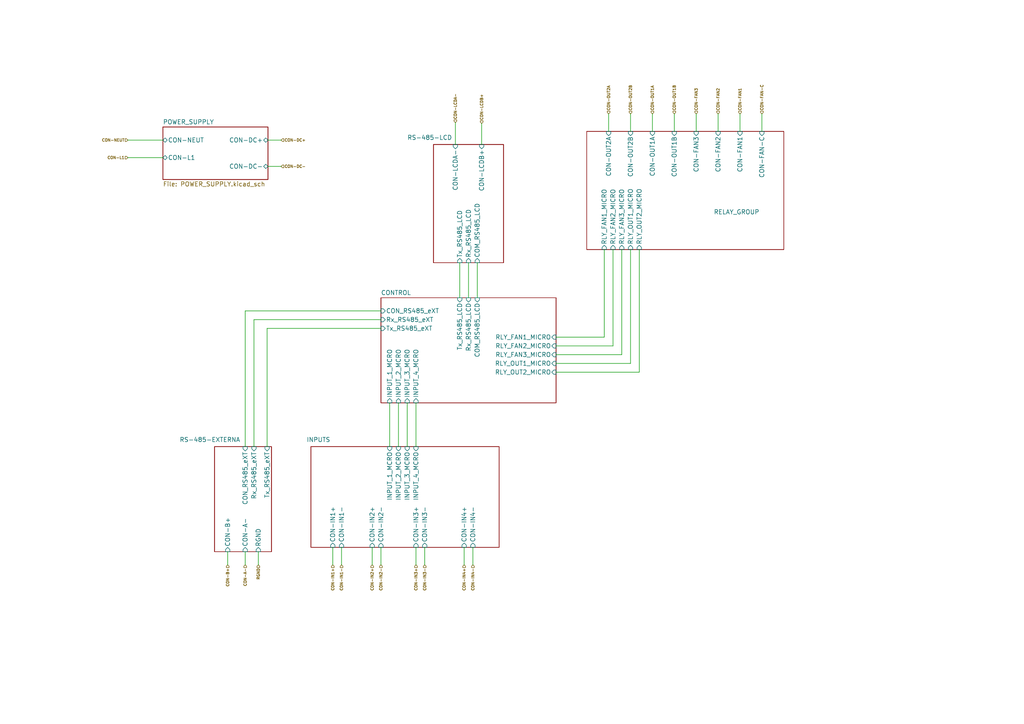
<source format=kicad_sch>
(kicad_sch (version 20230121) (generator eeschema)
  (paper "A4")
  (lib_symbols)
  (wire (pts (xy 201.93 33.02) (xy 201.93 38.1)))
  (wire (pts (xy 139.7 35.814) (xy 139.7 41.91)))
  (wire (pts (xy 71.12 90.17) (xy 110.49 90.17)))
  (wire (pts (xy 134.62 158.75) (xy 134.62 163.83)))
  (wire (pts (xy 180.34 72.39) (xy 180.34 102.87)))
  (wire (pts (xy 120.65 116.84) (xy 120.65 129.54)))
  (wire (pts (xy 185.42 107.95) (xy 161.29 107.95)))
  (wire (pts (xy 74.93 160.02) (xy 74.93 163.83)))
  (wire (pts (xy 118.11 116.84) (xy 118.11 129.54)))
  (wire (pts (xy 176.53 33.02) (xy 176.53 38.1)))
  (wire (pts (xy 37.084 40.64) (xy 47.244 40.64)))
  (wire (pts (xy 189.23 33.02) (xy 189.23 38.1)))
  (wire (pts (xy 110.49 158.75) (xy 110.49 163.83)))
  (wire (pts (xy 133.35 76.2) (xy 133.35 86.36)))
  (wire (pts (xy 37.084 45.72) (xy 47.244 45.72)))
  (wire (pts (xy 77.47 129.54) (xy 77.47 95.25)))
  (wire (pts (xy 182.88 105.41) (xy 182.88 72.39)))
  (wire (pts (xy 185.42 72.39) (xy 185.42 107.95)))
  (wire (pts (xy 135.89 76.2) (xy 135.89 86.36)))
  (wire (pts (xy 77.724 48.26) (xy 81.534 48.26)))
  (wire (pts (xy 66.04 160.02) (xy 66.04 163.83)))
  (wire (pts (xy 208.28 33.02) (xy 208.28 38.1)))
  (wire (pts (xy 161.29 105.41) (xy 182.88 105.41)))
  (wire (pts (xy 77.724 40.64) (xy 81.534 40.64)))
  (wire (pts (xy 123.19 158.75) (xy 123.19 163.83)))
  (wire (pts (xy 195.58 33.02) (xy 195.58 38.1)))
  (wire (pts (xy 71.12 160.02) (xy 71.12 163.83)))
  (wire (pts (xy 96.52 158.75) (xy 96.52 163.83)))
  (wire (pts (xy 175.26 72.39) (xy 175.26 97.79)))
  (wire (pts (xy 99.06 158.75) (xy 99.06 163.83)))
  (wire (pts (xy 137.16 158.75) (xy 137.16 163.83)))
  (wire (pts (xy 132.08 35.56) (xy 132.08 41.91)))
  (wire (pts (xy 220.98 33.02) (xy 220.98 38.1)))
  (wire (pts (xy 113.03 116.84) (xy 113.03 129.54)))
  (wire (pts (xy 138.43 76.2) (xy 138.43 86.36)))
  (wire (pts (xy 115.57 116.84) (xy 115.57 129.54)))
  (wire (pts (xy 107.95 158.75) (xy 107.95 163.83)))
  (wire (pts (xy 180.34 102.87) (xy 161.29 102.87)))
  (wire (pts (xy 214.63 33.02) (xy 214.63 38.1)))
  (wire (pts (xy 177.8 100.33) (xy 177.8 72.39)))
  (wire (pts (xy 175.26 97.79) (xy 161.29 97.79)))
  (wire (pts (xy 73.66 129.54) (xy 73.66 92.71)))
  (wire (pts (xy 161.29 100.33) (xy 177.8 100.33)))
  (wire (pts (xy 182.88 33.02) (xy 182.88 38.1)))
  (wire (pts (xy 120.65 158.75) (xy 120.65 163.83)))
  (wire (pts (xy 77.47 95.25) (xy 110.49 95.25)))
  (wire (pts (xy 73.66 92.71) (xy 110.49 92.71)))
  (wire (pts (xy 71.12 129.54) (xy 71.12 90.17)))
  (hierarchical_label "RGND" (shape input) (at 74.93 163.83 270) (effects (font (size 0.8 0.8))))
  (hierarchical_label "CON-FAN2" (shape input) (at 208.28 33.02 90) (effects (font (size 0.8 0.8))))
  (hierarchical_label "CON-IN2+" (shape input) (at 107.95 163.83 270) (effects (font (size 0.8 0.8))))
  (hierarchical_label "CON-IN4+" (shape input) (at 134.62 163.83 270) (effects (font (size 0.8 0.8))))
  (hierarchical_label "CON-L1" (shape input) (at 37.084 45.72 180) (effects (font (size 0.8 0.8))))
  (hierarchical_label "CON-B+" (shape input) (at 66.04 163.83 270) (effects (font (size 0.8 0.8))))
  (hierarchical_label "CON-FAN3" (shape input) (at 201.93 33.02 90) (effects (font (size 0.8 0.8))))
  (hierarchical_label "CON-NEUT" (shape input) (at 37.084 40.64 180) (effects (font (size 0.8 0.8))))
  (hierarchical_label "CON-OUT2B" (shape input) (at 182.88 33.02 90) (effects (font (size 0.8 0.8))))
  (hierarchical_label "CON-IN4-" (shape input) (at 137.16 163.83 270) (effects (font (size 0.8 0.8))))
  (hierarchical_label "CON-FAN1" (shape input) (at 214.63 33.02 90) (effects (font (size 0.8 0.8))))
  (hierarchical_label "CON-IN1-" (shape input) (at 99.06 163.83 270) (effects (font (size 0.8 0.8))))
  (hierarchical_label "CON-OUT2A" (shape input) (at 176.53 33.02 90) (effects (font (size 0.8 0.8))))
  (hierarchical_label "CON-OUT1B" (shape input) (at 195.58 33.02 90) (effects (font (size 0.8 0.8))))
  (hierarchical_label "CON-IN3-" (shape input) (at 123.19 163.83 270) (effects (font (size 0.8 0.8))))
  (hierarchical_label "CON-LCDA-" (shape input) (at 132.08 35.56 90) (effects (font (size 0.8 0.8))))
  (hierarchical_label "CON-IN1+" (shape input) (at 96.52 163.83 270) (effects (font (size 0.8 0.8))))
  (hierarchical_label "CON-FAN-C" (shape input) (at 220.98 33.02 90) (effects (font (size 0.8 0.8))))
  (hierarchical_label "CON-DC+" (shape input) (at 81.534 40.64 0) (effects (font (size 0.8 0.8))))
  (hierarchical_label "CON-LCDB+" (shape input) (at 139.7 35.814 90) (effects (font (size 0.8 0.8))))
  (hierarchical_label "CON-IN3+" (shape input) (at 120.65 163.83 270) (effects (font (size 0.8 0.8))))
  (hierarchical_label "CON-A-" (shape input) (at 71.12 163.83 270) (effects (font (size 0.8 0.8))))
  (hierarchical_label "CON-DC-" (shape input) (at 81.534 48.26 0) (effects (font (size 0.8 0.8))))
  (hierarchical_label "CON-OUT1A" (shape input) (at 189.23 33.02 90) (effects (font (size 0.8 0.8))))
  (hierarchical_label "CON-IN2-" (shape input) (at 110.49 163.83 270) (effects (font (size 0.8 0.8))))
  (sheet (at 125.73 41.91) (size 20.32 34.29) (stroke (width 0.1524))
    (property "Sheetname" "RS-485-LCD" (at 118.11 40.64 0) (effects (justify left bottom)))
    (property "Sheetfile" "RS-485-lcd.kicad_sch" (effects hide))
    (pin "CON-LCDA-" input (at 132.08 41.91 90))
    (pin "CON-LCDB+" input (at 139.7 41.91 90))
    (pin "Rx_RS485_LCD" input (at 135.89 76.2 270))
    (pin "COM_RS485_LCD" input (at 138.43 76.2 270))
    (pin "Tx_RS485_LCD" input (at 133.35 76.2 270))
  )
  (sheet (at 62.23 129.54) (size 16.51 30.48) (stroke (width 0.1524))
    (property "Sheetname" "RS-485-EXTERNA" (at 52.07 128.27 0) (effects (justify left bottom)))
    (property "Sheetfile" "RS-485-EXTERNA.kicad_sch" (effects hide))
    (pin "RGND" input (at 74.93 160.02 270))
    (pin "CON-A-" input (at 71.12 160.02 270))
    (pin "CON-B+" input (at 66.04 160.02 270))
    (pin "CON_RS485_eXT" input (at 71.12 129.54 90))
    (pin "Rx_RS485_eXT" input (at 73.66 129.54 90))
    (pin "Tx_RS485_eXT" input (at 77.47 129.54 90))
  )
  (sheet (at 47.244 36.83) (size 30.48 15.24) (stroke (width 0.1524))
    (property "Sheetname" "POWER_SUPPLY" (at 47.244 36.1184 0) (effects (justify left bottom)))
    (property "Sheetfile" "POWER_SUPPLY.kicad_sch" (at 47.244 52.6546 0) (effects (justify left top)))
    (pin "CON-NEUT" bidirectional (at 47.244 40.64 180))
    (pin "CON-L1" bidirectional (at 47.244 45.72 180))
    (pin "CON-DC+" bidirectional (at 77.724 40.64 0))
    (pin "CON-DC-" bidirectional (at 77.724 48.26 0))
  )
  (sheet (at 90.17 129.54) (size 54.61 29.21) (stroke (width 0.1524))
    (property "Sheetname" "INPUTS" (at 88.9 128.27 0) (effects (justify left bottom)))
    (property "Sheetfile" "Inputs.kicad_sch" (effects hide))
    (pin "CON-IN2-" input (at 110.49 158.75 270))
    (pin "CON-IN3-" input (at 123.19 158.75 270))
    (pin "CON-IN4-" input (at 137.16 158.75 270))
    (pin "CON-IN3+" input (at 120.65 158.75 270))
    (pin "CON-IN4+" input (at 134.62 158.75 270))
    (pin "CON-IN2+" input (at 107.95 158.75 270))
    (pin "CON-IN1+" input (at 96.52 158.75 270))
    (pin "CON-IN1-" input (at 99.06 158.75 270))
    (pin "INPUT_1_MCRO" input (at 113.03 129.54 90))
    (pin "INPUT_3_MCRO" input (at 118.11 129.54 90))
    (pin "INPUT_2_MCRO" input (at 115.57 129.54 90))
    (pin "INPUT_4_MCRO" input (at 120.65 129.54 90))
  )
  (sheet (at 170.18 38.1) (size 57.15 34.29) (stroke (width 0.1524))
    (property "Sheetname" "RELAY_GROUP" (at 207.01 62.23 0) (effects (justify left bottom)))
    (property "Sheetfile" "Relay_Group.kicad_sch" (effects hide))
    (pin "RLY_FAN2_MICRO" input (at 177.8 72.39 270))
    (pin "RLY_FAN3_MICRO" input (at 180.34 72.39 270))
    (pin "RLY_FAN1_MICRO" input (at 175.26 72.39 270))
    (pin "RLY_OUT1_MICRO" input (at 182.88 72.39 270))
    (pin "RLY_OUT2_MICRO" input (at 185.42 72.39 270))
    (pin "CON-FAN-C" input (at 220.98 38.1 90))
    (pin "CON-OUT1A" input (at 189.23 38.1 90))
    (pin "CON-OUT2A" input (at 176.53 38.1 90))
    (pin "CON-OUT1B" input (at 195.58 38.1 90))
    (pin "CON-FAN3" input (at 201.93 38.1 90))
    (pin "CON-OUT2B" input (at 182.88 38.1 90))
    (pin "CON-FAN1" input (at 214.63 38.1 90))
    (pin "CON-FAN2" input (at 208.28 38.1 90))
  )
  (sheet (at 110.49 86.36) (size 50.8 30.48) (stroke (width 0.1524))
    (property "Sheetname" "CONTROL" (at 110.49 85.6484 0) (effects (justify left bottom)))
    (property "Sheetfile" "Control.kicad_sch" (effects hide))
    (pin "INPUT_1_MCRO" input (at 113.03 116.84 270))
    (pin "INPUT_3_MCRO" input (at 118.11 116.84 270))
    (pin "INPUT_2_MCRO" input (at 115.57 116.84 270))
    (pin "INPUT_4_MCRO" input (at 120.65 116.84 270))
    (pin "CON_RS485_eXT" input (at 110.49 90.17 180))
    (pin "Rx_RS485_LCD" input (at 135.89 86.36 90))
    (pin "Tx_RS485_LCD" input (at 133.35 86.36 90))
    (pin "COM_RS485_LCD" input (at 138.43 86.36 90))
    (pin "Rx_RS485_eXT" input (at 110.49 92.71 180))
    (pin "Tx_RS485_eXT" input (at 110.49 95.25 180))
    (pin "RLY_FAN3_MICRO" input (at 161.29 102.87 0))
    (pin "RLY_OUT2_MICRO" input (at 161.29 107.95 0))
    (pin "RLY_OUT1_MICRO" input (at 161.29 105.41 0))
    (pin "RLY_FAN1_MICRO" input (at 161.29 97.79 0))
    (pin "RLY_FAN2_MICRO" input (at 161.29 100.33 0))
  )
)
</source>
